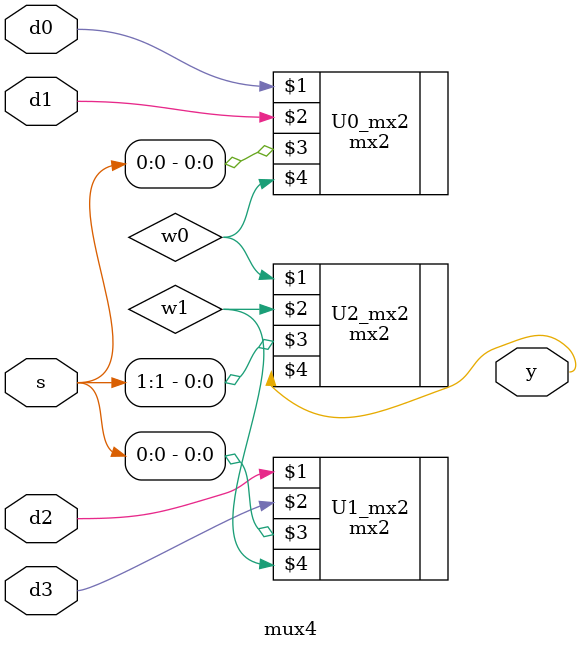
<source format=v>
module mux4(d0, d1, d2, d3, s, y); //1bit 4 to 1 mux module
input d0, d1, d2, d3;
input [1:0]s;
output y;
wire w0, w1;
//instance mux2
mx2 U0_mx2(d0, d1, s[0], w0);
mx2 U1_mx2(d2, d3, s[0], w1);
mx2 U2_mx2(w0, w1, s[1], y);
endmodule
</source>
